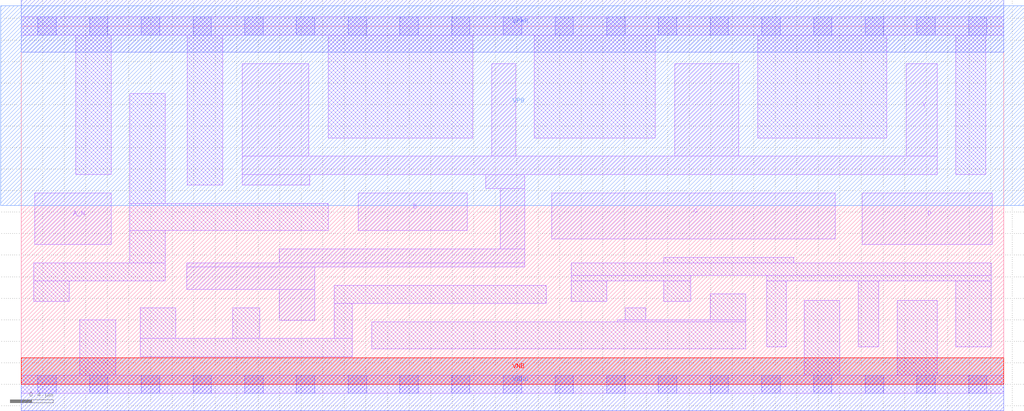
<source format=lef>
# Copyright 2020 The SkyWater PDK Authors
#
# Licensed under the Apache License, Version 2.0 (the "License");
# you may not use this file except in compliance with the License.
# You may obtain a copy of the License at
#
#     https://www.apache.org/licenses/LICENSE-2.0
#
# Unless required by applicable law or agreed to in writing, software
# distributed under the License is distributed on an "AS IS" BASIS,
# WITHOUT WARRANTIES OR CONDITIONS OF ANY KIND, either express or implied.
# See the License for the specific language governing permissions and
# limitations under the License.
#
# SPDX-License-Identifier: Apache-2.0

VERSION 5.7 ;
  NOWIREEXTENSIONATPIN ON ;
  DIVIDERCHAR "/" ;
  BUSBITCHARS "[]" ;
MACRO sky130_fd_sc_ls__nand4b_4
  CLASS CORE ;
  FOREIGN sky130_fd_sc_ls__nand4b_4 ;
  ORIGIN  0.000000  0.000000 ;
  SIZE  9.120000 BY  3.330000 ;
  SYMMETRY X Y ;
  SITE unit ;
  PIN A_N
    ANTENNAGATEAREA  0.363000 ;
    DIRECTION INPUT ;
    USE SIGNAL ;
    PORT
      LAYER li1 ;
        RECT 0.125000 1.300000 0.835000 1.780000 ;
    END
  END A_N
  PIN B
    ANTENNAGATEAREA  0.780000 ;
    DIRECTION INPUT ;
    USE SIGNAL ;
    PORT
      LAYER li1 ;
        RECT 3.130000 1.430000 4.140000 1.780000 ;
    END
  END B
  PIN C
    ANTENNAGATEAREA  0.780000 ;
    DIRECTION INPUT ;
    USE SIGNAL ;
    PORT
      LAYER li1 ;
        RECT 4.925000 1.350000 7.555000 1.780000 ;
    END
  END C
  PIN D
    ANTENNAGATEAREA  0.780000 ;
    DIRECTION INPUT ;
    USE SIGNAL ;
    PORT
      LAYER li1 ;
        RECT 7.805000 1.300000 9.015000 1.780000 ;
    END
  END D
  PIN Y
    ANTENNADIFFAREA  2.665600 ;
    DIRECTION OUTPUT ;
    USE SIGNAL ;
    PORT
      LAYER li1 ;
        RECT 1.535000 0.880000 2.725000 1.090000 ;
        RECT 1.535000 1.090000 4.675000 1.130000 ;
        RECT 2.050000 1.850000 2.680000 1.950000 ;
        RECT 2.050000 1.950000 8.505000 2.120000 ;
        RECT 2.050000 2.120000 2.670000 2.980000 ;
        RECT 2.395000 0.595000 2.725000 0.880000 ;
        RECT 2.395000 1.130000 4.675000 1.260000 ;
        RECT 4.310000 1.820000 4.675000 1.950000 ;
        RECT 4.370000 2.120000 4.590000 2.980000 ;
        RECT 4.445000 1.260000 4.675000 1.820000 ;
        RECT 6.065000 2.120000 6.660000 2.980000 ;
        RECT 8.215000 2.120000 8.505000 2.980000 ;
    END
  END Y
  PIN VGND
    DIRECTION INOUT ;
    SHAPE ABUTMENT ;
    USE GROUND ;
    PORT
      LAYER met1 ;
        RECT 0.000000 -0.245000 9.120000 0.245000 ;
    END
  END VGND
  PIN VNB
    DIRECTION INOUT ;
    USE GROUND ;
    PORT
      LAYER pwell ;
        RECT 0.000000 0.000000 9.120000 0.245000 ;
    END
  END VNB
  PIN VPB
    DIRECTION INOUT ;
    USE POWER ;
    PORT
      LAYER nwell ;
        RECT -0.190000 1.660000 9.310000 3.520000 ;
    END
  END VPB
  PIN VPWR
    DIRECTION INOUT ;
    SHAPE ABUTMENT ;
    USE POWER ;
    PORT
      LAYER met1 ;
        RECT 0.000000 3.085000 9.120000 3.575000 ;
    END
  END VPWR
  OBS
    LAYER li1 ;
      RECT 0.000000 -0.085000 9.120000 0.085000 ;
      RECT 0.000000  3.245000 9.120000 3.415000 ;
      RECT 0.115000  0.770000 0.445000 0.960000 ;
      RECT 0.115000  0.960000 1.335000 1.130000 ;
      RECT 0.505000  1.950000 0.835000 3.245000 ;
      RECT 0.545000  0.085000 0.875000 0.600000 ;
      RECT 1.005000  1.130000 1.335000 1.430000 ;
      RECT 1.005000  1.430000 2.850000 1.680000 ;
      RECT 1.005000  1.680000 1.335000 2.700000 ;
      RECT 1.105000  0.255000 3.075000 0.425000 ;
      RECT 1.105000  0.425000 1.435000 0.710000 ;
      RECT 1.540000  1.850000 1.870000 3.245000 ;
      RECT 1.965000  0.425000 2.215000 0.710000 ;
      RECT 2.850000  2.290000 4.190000 3.245000 ;
      RECT 2.905000  0.425000 3.075000 0.750000 ;
      RECT 2.905000  0.750000 4.875000 0.920000 ;
      RECT 3.255000  0.330000 6.725000 0.580000 ;
      RECT 4.760000  2.290000 5.885000 3.245000 ;
      RECT 5.105000  0.770000 5.435000 0.960000 ;
      RECT 5.105000  0.960000 6.215000 1.010000 ;
      RECT 5.105000  1.010000 9.005000 1.130000 ;
      RECT 5.535000  0.580000 6.725000 0.600000 ;
      RECT 5.605000  0.600000 5.795000 0.710000 ;
      RECT 5.965000  0.770000 6.215000 0.960000 ;
      RECT 5.965000  1.130000 7.170000 1.180000 ;
      RECT 6.395000  0.600000 6.725000 0.840000 ;
      RECT 6.835000  2.290000 8.035000 3.245000 ;
      RECT 6.920000  0.350000 7.100000 0.960000 ;
      RECT 6.920000  0.960000 9.005000 1.010000 ;
      RECT 7.270000  0.085000 7.600000 0.780000 ;
      RECT 7.770000  0.350000 7.960000 0.960000 ;
      RECT 8.130000  0.085000 8.505000 0.780000 ;
      RECT 8.675000  0.350000 9.005000 0.960000 ;
      RECT 8.675000  1.950000 8.955000 3.245000 ;
    LAYER mcon ;
      RECT 0.155000 -0.085000 0.325000 0.085000 ;
      RECT 0.155000  3.245000 0.325000 3.415000 ;
      RECT 0.635000 -0.085000 0.805000 0.085000 ;
      RECT 0.635000  3.245000 0.805000 3.415000 ;
      RECT 1.115000 -0.085000 1.285000 0.085000 ;
      RECT 1.115000  3.245000 1.285000 3.415000 ;
      RECT 1.595000 -0.085000 1.765000 0.085000 ;
      RECT 1.595000  3.245000 1.765000 3.415000 ;
      RECT 2.075000 -0.085000 2.245000 0.085000 ;
      RECT 2.075000  3.245000 2.245000 3.415000 ;
      RECT 2.555000 -0.085000 2.725000 0.085000 ;
      RECT 2.555000  3.245000 2.725000 3.415000 ;
      RECT 3.035000 -0.085000 3.205000 0.085000 ;
      RECT 3.035000  3.245000 3.205000 3.415000 ;
      RECT 3.515000 -0.085000 3.685000 0.085000 ;
      RECT 3.515000  3.245000 3.685000 3.415000 ;
      RECT 3.995000 -0.085000 4.165000 0.085000 ;
      RECT 3.995000  3.245000 4.165000 3.415000 ;
      RECT 4.475000 -0.085000 4.645000 0.085000 ;
      RECT 4.475000  3.245000 4.645000 3.415000 ;
      RECT 4.955000 -0.085000 5.125000 0.085000 ;
      RECT 4.955000  3.245000 5.125000 3.415000 ;
      RECT 5.435000 -0.085000 5.605000 0.085000 ;
      RECT 5.435000  3.245000 5.605000 3.415000 ;
      RECT 5.915000 -0.085000 6.085000 0.085000 ;
      RECT 5.915000  3.245000 6.085000 3.415000 ;
      RECT 6.395000 -0.085000 6.565000 0.085000 ;
      RECT 6.395000  3.245000 6.565000 3.415000 ;
      RECT 6.875000 -0.085000 7.045000 0.085000 ;
      RECT 6.875000  3.245000 7.045000 3.415000 ;
      RECT 7.355000 -0.085000 7.525000 0.085000 ;
      RECT 7.355000  3.245000 7.525000 3.415000 ;
      RECT 7.835000 -0.085000 8.005000 0.085000 ;
      RECT 7.835000  3.245000 8.005000 3.415000 ;
      RECT 8.315000 -0.085000 8.485000 0.085000 ;
      RECT 8.315000  3.245000 8.485000 3.415000 ;
      RECT 8.795000 -0.085000 8.965000 0.085000 ;
      RECT 8.795000  3.245000 8.965000 3.415000 ;
  END
END sky130_fd_sc_ls__nand4b_4
END LIBRARY

</source>
